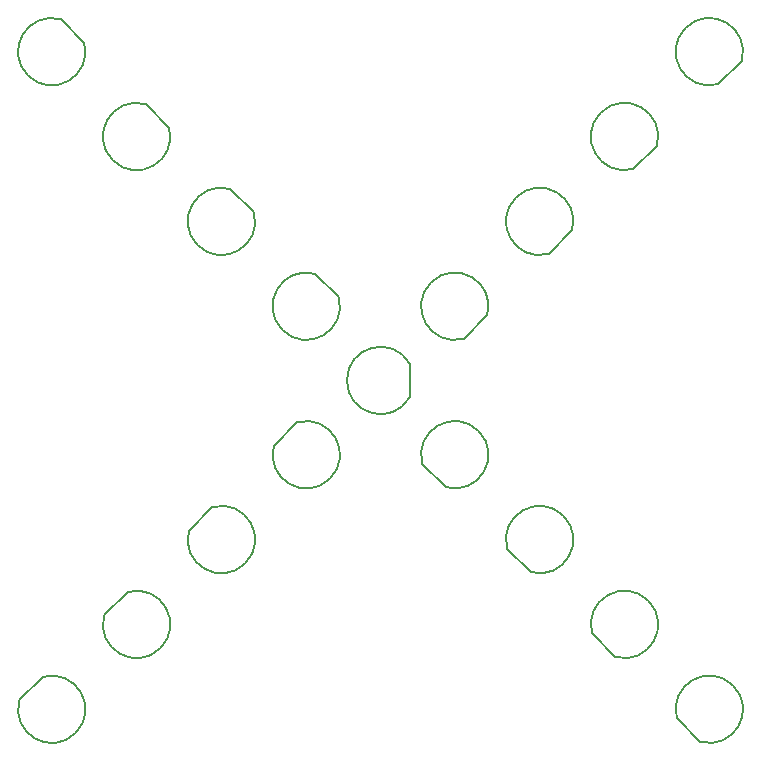
<source format=gbr>
%TF.GenerationSoftware,Altium Limited,Altium Designer,20.1.8 (145)*%
G04 Layer_Color=32768*
%FSLAX45Y45*%
%MOMM*%
%TF.SameCoordinates,5961E689-EF10-4C47-967A-3E799B42680D*%
%TF.FilePolarity,Positive*%
%TF.FileFunction,Other,Top_Assembly*%
%TF.Part,Single*%
G01*
G75*
%TA.AperFunction,NonConductor*%
%ADD48C,0.20320*%
%ADD79C,0.20000*%
D48*
X2509164Y-2859751D02*
X2707318Y-3057905D01*
X1790743Y-2141330D02*
X1988898Y-2339485D01*
X1072323Y-1422910D02*
X1270477Y-1621064D01*
X353903Y-704489D02*
X552057Y-902644D01*
X247902Y-140604D02*
Y139628D01*
X2859751Y2509164D02*
X3057905Y2707318D01*
X2141330Y1790743D02*
X2339485Y1988898D01*
X704489Y353903D02*
X902644Y552057D01*
X1422910Y1072323D02*
X1621064Y1270477D01*
X-552057Y902644D02*
X-353903Y704489D01*
X-2707318Y3057905D02*
X-2509164Y2859751D01*
X-1988898Y2339485D02*
X-1790743Y2141330D01*
X-1270477Y1621064D02*
X-1072323Y1422910D01*
X-3057905Y-2707318D02*
X-2859751Y-2509164D01*
X-2339485Y-1988898D02*
X-2141330Y-1790743D01*
X-902644Y-552057D02*
X-704489Y-353903D01*
X-1621064Y-1270477D02*
X-1422910Y-1072323D01*
D79*
X2706929Y-3058294D02*
G03*
X2509164Y-2859751I76951J274415D01*
G01*
X1988508Y-2339874D02*
G03*
X1790744Y-2141330I76951J274415D01*
G01*
X1270088Y-1621453D02*
G03*
X1072323Y-1422910I76951J274415D01*
G01*
X551667Y-903033D02*
G03*
X353903Y-704489I76951J274415D01*
G01*
X248453Y139628D02*
G03*
X247902Y-140604I-248453J-139628D01*
G01*
X3058294Y2706929D02*
G03*
X2859751Y2509164I-274415J76951D01*
G01*
X2339874Y1988508D02*
G03*
X2141330Y1790744I-274415J76951D01*
G01*
X903033Y551667D02*
G03*
X704489Y353903I-274415J76951D01*
G01*
X1621453Y1270088D02*
G03*
X1422910Y1072323I-274415J76951D01*
G01*
X-551667Y903033D02*
G03*
X-353903Y704489I-76951J-274415D01*
G01*
X-2706929Y3058294D02*
G03*
X-2509164Y2859751I-76951J-274415D01*
G01*
X-1988508Y2339874D02*
G03*
X-1790744Y2141330I-76951J-274415D01*
G01*
X-1270088Y1621453D02*
G03*
X-1072323Y1422910I-76951J-274415D01*
G01*
X-3058294Y-2706929D02*
G03*
X-2859751Y-2509164I274415J-76951D01*
G01*
X-2339874Y-1988508D02*
G03*
X-2141330Y-1790744I274415J-76951D01*
G01*
X-903033Y-551667D02*
G03*
X-704489Y-353903I274415J-76951D01*
G01*
X-1621453Y-1270088D02*
G03*
X-1422910Y-1072323I274415J-76951D01*
G01*
%TF.MD5,8f05fe2cece9ca305df6b557d3730015*%
M02*

</source>
